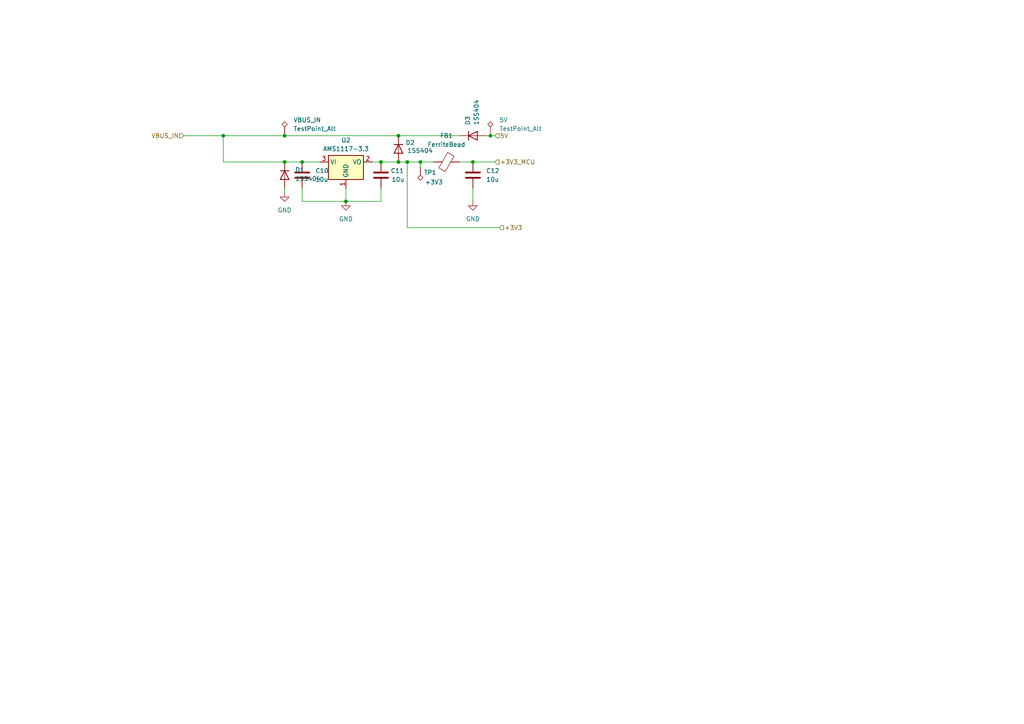
<source format=kicad_sch>
(kicad_sch (version 20231120) (generator "eeschema") (generator_version "8.0")
  (paper "A4")
  (lib_symbols
    (symbol "Connector:TestPoint_Alt" (pin_numbers hide) (pin_names (offset 0.762) hide)
      (property "Reference" "TP" (at 0 6.858 0))
      (property "Value" "TestPoint_Alt" (at 0 5.08 0))
      (symbol "TestPoint_Alt_0_1"
        (polyline (pts (xy 0 2.54) (xy -0.762 3.302) (xy 0 4.064) (xy 0.762 3.302) (xy 0 2.54)))
      )
      (symbol "TestPoint_Alt_1_1"
        (pin passive line (at 0 0 90) (length 2.54) (name "1") (number "1"))
      )
    )
    (symbol "Device:C" (pin_numbers hide) (pin_names (offset 0.254))
      (property "Reference" "C" (at 0.635 2.54 0))
      (property "Value" "C" (at 0.635 -2.54 0))
      (symbol "C_0_1"
        (polyline (pts (xy -2.032 -0.762) (xy 2.032 -0.762)) (stroke (width 0.508)))
        (polyline (pts (xy -2.032 0.762) (xy 2.032 0.762)) (stroke (width 0.508)))
      )
      (symbol "C_1_1"
        (pin passive line (at 0 3.81 270) (length 2.794) (name "~") (number "1"))
        (pin passive line (at 0 -3.81 90) (length 2.794) (name "~") (number "2"))
      )
    )
    (symbol "Device:FerriteBead" (pin_numbers hide) (pin_names (offset 0))
      (property "Reference" "FB" (at -3.81 0.635 90))
      (property "Value" "FerriteBead" (at 3.81 0 90))
      (symbol "FerriteBead_0_1"
        (polyline (pts (xy 0 -1.27) (xy 0 -1.2192)))
        (polyline (pts (xy 0 1.27) (xy 0 1.2954)))
        (polyline (pts (xy -2.7686 0.4064) (xy -1.7018 2.2606) (xy 2.7686 -0.3048) (xy 1.6764 -2.159) (xy -2.7686 0.4064)))
      )
      (symbol "FerriteBead_1_1"
        (pin passive line (at 0 3.81 270) (length 2.54) (name "~") (number "1"))
        (pin passive line (at 0 -3.81 90) (length 2.54) (name "~") (number "2"))
      )
    )
    (symbol "Diode:1N4007" (pin_numbers hide) (pin_names hide)
      (property "Reference" "D" (at 0 2.54 0))
      (property "Value" "1N4007" (at 0 -2.54 0))
      (symbol "1N4007_0_1"
        (polyline (pts (xy -1.27 1.27) (xy -1.27 -1.27)) (stroke (width 0.254)))
        (polyline (pts (xy 1.27 0) (xy -1.27 0)))
        (polyline (pts (xy 1.27 1.27) (xy 1.27 -1.27) (xy -1.27 0) (xy 1.27 1.27)) (stroke (width 0.254)))
      )
      (symbol "1N4007_1_1"
        (pin passive line (at -3.81 0 0) (length 2.54) (name "K") (number "1"))
        (pin passive line (at 3.81 0 180) (length 2.54) (name "A") (number "2"))
      )
    )
    (symbol "Regulator_Linear:AMS1117-3.3"
      (property "Reference" "U" (at -3.81 3.175 0))
      (property "Value" "AMS1117-3.3" (at 0 3.175 0))
      (symbol "AMS1117-3.3_0_1"
        (rectangle (start -5.08 -5.08) (end 5.08 1.905) (stroke (width 0.254)) (fill (type background)))
      )
      (symbol "AMS1117-3.3_1_1"
        (pin power_in line (at 0 -7.62 90) (length 2.54) (name "GND") (number "1"))
        (pin power_out line (at 7.62 0 180) (length 2.54) (name "VO") (number "2"))
        (pin power_in line (at -7.62 0 0) (length 2.54) (name "VI") (number "3"))
      )
    )
    (symbol "power:GND" (power) (pin_numbers hide) (pin_names (offset 0) hide)
      (property "Value" "GND" (at 0 -3.81 0))
      (symbol "GND_0_1"
        (polyline (pts (xy 0 0) (xy 0 -1.27) (xy 1.27 -1.27) (xy 0 -2.54) (xy -1.27 -1.27) (xy 0 -1.27)))
      )
      (symbol "GND_1_1"
        (pin power_in line (at 0 0 270) (length 0) (name "~") (number "1"))
      )
    )
  )
  (junction (at 137.16 46.99))
  (junction (at 82.55 46.99))
  (junction (at 110.49 46.99))
  (junction (at 100.33 58.42))
  (junction (at 121.92 46.99))
  (junction (at 118.11 46.99))
  (junction (at 87.63 46.99))
  (junction (at 115.57 46.99))
  (junction (at 115.57 39.37))
  (junction (at 64.77 39.37))
  (junction (at 82.55 39.37))
  (junction (at 142.24 39.37))
  (wire (pts (xy 133.35 46.99) (xy 137.16 46.99)))
  (wire (pts (xy 53.34 39.37) (xy 64.77 39.37)))
  (wire (pts (xy 115.57 39.37) (xy 133.35 39.37)))
  (wire (pts (xy 118.11 46.99) (xy 121.92 46.99)))
  (wire (pts (xy 142.24 39.37) (xy 140.97 39.37)))
  (wire (pts (xy 100.33 58.42) (xy 110.49 58.42)))
  (wire (pts (xy 82.55 39.37) (xy 115.57 39.37)))
  (wire (pts (xy 118.11 66.04) (xy 118.11 46.99)))
  (wire (pts (xy 121.92 48.26) (xy 121.92 46.99)))
  (wire (pts (xy 144.78 66.04) (xy 118.11 66.04)))
  (wire (pts (xy 87.63 58.42) (xy 100.33 58.42)))
  (wire (pts (xy 64.77 46.99) (xy 82.55 46.99)))
  (wire (pts (xy 110.49 54.61) (xy 110.49 58.42)))
  (wire (pts (xy 82.55 55.88) (xy 82.55 54.61)))
  (wire (pts (xy 64.77 39.37) (xy 82.55 39.37)))
  (wire (pts (xy 137.16 46.99) (xy 143.51 46.99)))
  (wire (pts (xy 82.55 46.99) (xy 87.63 46.99)))
  (wire (pts (xy 142.24 39.37) (xy 143.51 39.37)))
  (wire (pts (xy 107.95 46.99) (xy 110.49 46.99)))
  (wire (pts (xy 115.57 46.99) (xy 118.11 46.99)))
  (wire (pts (xy 110.49 46.99) (xy 115.57 46.99)))
  (wire (pts (xy 137.16 54.61) (xy 137.16 58.42)))
  (wire (pts (xy 100.33 54.61) (xy 100.33 58.42)))
  (wire (pts (xy 64.77 46.99) (xy 64.77 39.37)))
  (wire (pts (xy 87.63 58.42) (xy 87.63 54.61)))
  (wire (pts (xy 87.63 46.99) (xy 92.71 46.99)))
  (wire (pts (xy 121.92 46.99) (xy 125.73 46.99)))
  (hierarchical_label "+3V3" (shape input) (at 144.78 66.04 0))
  (hierarchical_label "VBUS_IN" (shape input) (at 53.34 39.37 180))
  (hierarchical_label "+3V3_MCU" (shape input) (at 143.51 46.99 0))
  (hierarchical_label "5V" (shape input) (at 143.51 39.37 0))
  (symbol (lib_id "Device:FerriteBead") (at 129.54 46.99 90) (unit 1)
    (property "Reference" "FB1" (at 129.4892 39.37 90))
    (property "Value" "FerriteBead" (at 129.4892 41.91 90))
    (property "Footprint" "Capacitor_SMD:C_0805_2012Metric_Pad1.18x1.45mm_HandSolder" (effects (hide yes)))
    (property "Description" "Ferrite bead" (effects (hide yes)))
  )
  (symbol (lib_id "Device:C") (at 110.49 50.8 0) (unit 1)
    (property "Reference" "C11" (at 113.284 49.53 0) (effects (justify left)))
    (property "Value" "10u" (at 113.538 52.07 0) (effects (justify left)))
    (property "Footprint" "Capacitor_SMD:C_0805_2012Metric_Pad1.18x1.45mm_HandSolder" (effects (hide yes)))
    (property "Description" "Unpolarized capacitor" (effects (hide yes)))
  )
  (symbol (lib_id "Diode:1N4007") (at 137.16 39.37 0) (unit 1)
    (property "Reference" "D3" (at 135.636 36.322 90) (effects (justify left)))
    (property "Value" "1SS404" (at 138.176 36.322 90) (effects (justify left)))
    (property "Footprint" "Diode_THT:D_DO-41_SOD81_P10.16mm_Horizontal" (effects (hide yes)))
    (property "Datasheet" "http://www.vishay.com/docs/88503/1n4001.pdf" (effects (hide yes)))
    (property "Description" "1000V 1A General Purpose Rectifier Diode, DO-41" (effects (hide yes)))
    (property "Sim.Device" "D" (effects (hide yes)))
    (property "Sim.Pins" "1=K 2=A" (effects (hide yes)))
  )
  (symbol (lib_id "Connector:TestPoint_Alt") (at 121.92 48.26 180) (unit 1)
    (property "Reference" "TP1" (at 122.936 50.038 0) (effects (justify right)))
    (property "Value" "+3V3" (at 123.19 52.832 0) (effects (justify right)))
    (property "Footprint" "TestPoint:TestPoint_Pad_2.0x2.0mm" (effects (hide yes)))
    (property "Description" "test point (alternative shape)" (effects (hide yes)))
  )
  (symbol (lib_id "power:GND") (at 137.16 58.42 0) (unit 1)
    (property "Reference" "#PWR08" (effects (hide yes)))
    (property "Value" "GND" (at 137.16 63.5 0))
    (property "Description" "Power symbol creates a global label with name \"GND\" , ground" (effects (hide yes)))
  )
  (symbol (lib_id "Device:C") (at 137.16 50.8 0) (unit 1)
    (property "Reference" "C12" (at 140.97 49.5299 0) (effects (justify left)))
    (property "Value" "10u" (at 140.97 52.0699 0) (effects (justify left)))
    (property "Footprint" "Capacitor_SMD:C_0805_2012Metric_Pad1.18x1.45mm_HandSolder" (effects (hide yes)))
    (property "Description" "Unpolarized capacitor" (effects (hide yes)))
  )
  (symbol (lib_id "Connector:TestPoint_Alt") (at 142.24 39.37 0) (unit 1)
    (property "Reference" "5V" (at 144.78 34.7979 0) (effects (justify left)))
    (property "Value" "TestPoint_Alt" (at 144.78 37.3379 0) (effects (justify left)))
    (property "Footprint" "TestPoint:TestPoint_Pad_2.0x2.0mm" (effects (hide yes)))
    (property "Description" "test point (alternative shape)" (effects (hide yes)))
  )
  (symbol (lib_id "Diode:1N4007") (at 82.55 50.8 270) (unit 1)
    (property "Reference" "D1" (at 85.598 49.276 90) (effects (justify left)))
    (property "Value" "1SS404" (at 85.598 51.816 90) (effects (justify left)))
    (property "Footprint" "Diode_THT:D_DO-41_SOD81_P10.16mm_Horizontal" (effects (hide yes)))
    (property "Datasheet" "http://www.vishay.com/docs/88503/1n4001.pdf" (effects (hide yes)))
    (property "Description" "1000V 1A General Purpose Rectifier Diode, DO-41" (effects (hide yes)))
    (property "Sim.Device" "D" (effects (hide yes)))
    (property "Sim.Pins" "1=K 2=A" (effects (hide yes)))
  )
  (symbol (lib_id "Diode:1N4007") (at 115.57 43.18 270) (unit 1)
    (property "Reference" "D2" (at 117.602 41.402 90) (effects (justify left)))
    (property "Value" "1SS404" (at 118.11 43.688 90) (effects (justify left)))
    (property "Footprint" "Diode_THT:D_DO-41_SOD81_P10.16mm_Horizontal" (effects (hide yes)))
    (property "Datasheet" "http://www.vishay.com/docs/88503/1n4001.pdf" (effects (hide yes)))
    (property "Description" "1000V 1A General Purpose Rectifier Diode, DO-41" (effects (hide yes)))
    (property "Sim.Device" "D" (effects (hide yes)))
    (property "Sim.Pins" "1=K 2=A" (effects (hide yes)))
  )
  (symbol (lib_id "Connector:TestPoint_Alt") (at 82.55 39.37 0) (unit 1)
    (property "Reference" "VBUS_IN" (at 85.09 34.7979 0) (effects (justify left)))
    (property "Value" "TestPoint_Alt" (at 85.09 37.3379 0) (effects (justify left)))
    (property "Footprint" "TestPoint:TestPoint_Pad_2.0x2.0mm" (effects (hide yes)))
    (property "Description" "test point (alternative shape)" (effects (hide yes)))
  )
  (symbol (lib_id "power:GND") (at 100.33 58.42 0) (unit 1)
    (property "Reference" "#PWR07" (effects (hide yes)))
    (property "Value" "GND" (at 100.33 63.5 0))
    (property "Description" "Power symbol creates a global label with name \"GND\" , ground" (effects (hide yes)))
  )
  (symbol (lib_id "Regulator_Linear:AMS1117-3.3") (at 100.33 46.99 0) (unit 1)
    (property "Reference" "U2" (at 100.33 40.64 0))
    (property "Value" "AMS1117-3.3" (at 100.33 43.18 0))
    (property "Footprint" "Package_TO_SOT_SMD:SOT-223-3_TabPin2" (effects (hide yes)))
    (property "Datasheet" "http://www.advanced-monolithic.com/pdf/ds1117.pdf" (effects (hide yes)))
    (property "Description" "1A Low Dropout regulator, positive, 3.3V fixed output, SOT-223" (effects (hide yes)))
  )
  (symbol (lib_id "Device:C") (at 87.63 50.8 0) (unit 1)
    (property "Reference" "C10" (at 91.44 49.5299 0) (effects (justify left)))
    (property "Value" "10u" (at 91.44 52.0699 0) (effects (justify left)))
    (property "Footprint" "Capacitor_SMD:C_0805_2012Metric_Pad1.18x1.45mm_HandSolder" (effects (hide yes)))
    (property "Description" "Unpolarized capacitor" (effects (hide yes)))
  )
  (symbol (lib_id "power:GND") (at 82.55 55.88 0) (unit 1)
    (property "Reference" "#PWR06" (effects (hide yes)))
    (property "Value" "GND" (at 82.55 60.96 0))
    (property "Description" "Power symbol creates a global label with name \"GND\" , ground" (effects (hide yes)))
  )
)
</source>
